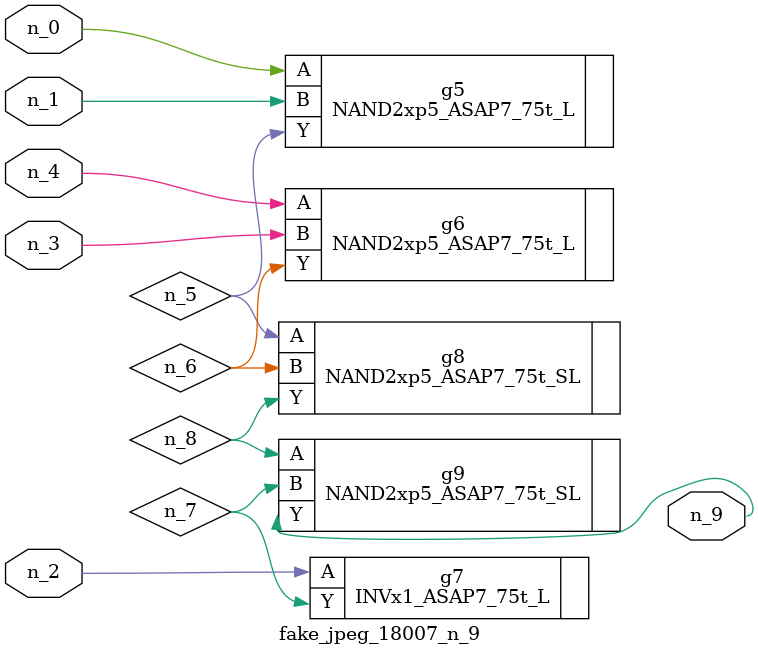
<source format=v>
module fake_jpeg_18007_n_9 (n_3, n_2, n_1, n_0, n_4, n_9);

input n_3;
input n_2;
input n_1;
input n_0;
input n_4;

output n_9;

wire n_8;
wire n_6;
wire n_5;
wire n_7;

NAND2xp5_ASAP7_75t_L g5 ( 
.A(n_0),
.B(n_1),
.Y(n_5)
);

NAND2xp5_ASAP7_75t_L g6 ( 
.A(n_4),
.B(n_3),
.Y(n_6)
);

INVx1_ASAP7_75t_L g7 ( 
.A(n_2),
.Y(n_7)
);

NAND2xp5_ASAP7_75t_SL g8 ( 
.A(n_5),
.B(n_6),
.Y(n_8)
);

NAND2xp5_ASAP7_75t_SL g9 ( 
.A(n_8),
.B(n_7),
.Y(n_9)
);


endmodule
</source>
